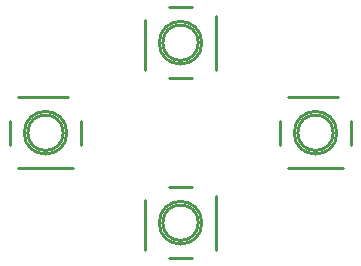
<source format=gbo>
G04 DipTrace 2.4.0.2*
%INBottomSilk.gbr*%
%MOIN*%
%ADD10C,0.0098*%
%FSLAX44Y44*%
G04*
G70*
G90*
G75*
G01*
%LNBotSilk*%
%LPD*%
X11721Y13930D2*
D10*
G02X11721Y13930I709J0D01*
G01*
X13611Y14836D2*
Y13024D1*
X12824Y12749D2*
X12036D1*
X11249Y13024D2*
Y14678D1*
X12036Y15111D2*
X12824D1*
X11840Y13930D2*
G02X11840Y13930I591J0D01*
G01*
X7221Y10930D2*
G02X7221Y10930I709J0D01*
G01*
X8836Y9749D2*
X7024D1*
X6749Y10536D2*
Y11324D1*
X7024Y12111D2*
X8678D1*
X9111Y11324D2*
Y10536D1*
X7340Y10930D2*
G02X7340Y10930I590J0D01*
G01*
X11721Y7930D2*
G02X11721Y7930I709J0D01*
G01*
X13611Y8836D2*
Y7024D1*
X12824Y6749D2*
X12036D1*
X11249Y7024D2*
Y8678D1*
X12036Y9111D2*
X12824D1*
X11840Y7930D2*
G02X11840Y7930I591J0D01*
G01*
X16221Y10930D2*
G02X16221Y10930I709J0D01*
G01*
X17836Y9749D2*
X16024D1*
X15749Y10536D2*
Y11324D1*
X16024Y12111D2*
X17678D1*
X18111Y11324D2*
Y10536D1*
X16340Y10930D2*
G02X16340Y10930I590J0D01*
G01*
M02*

</source>
